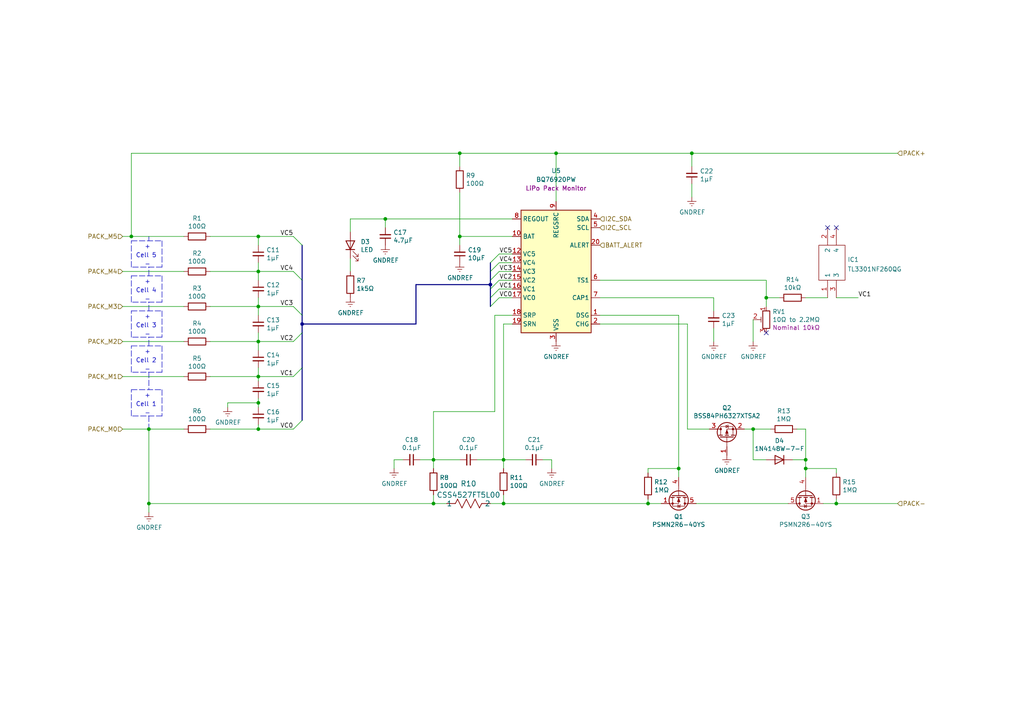
<source format=kicad_sch>
(kicad_sch (version 20211123) (generator eeschema)
  (paper "A4")
  (title_block (title "LiPo Pack Monitor") (date "2021-12-20") (rev "v2.0.1") (company "Missouri S&T Rocket Design Team '21 (Jacob King, Thomas Francois)") (comment 1 "Simplified Schematic Given From BQ768920 Datasheet"))
  (lib_symbols
    (symbol "Battery_Management:BQ76920PW"
      (property "Reference" "U" (at -10.16 19.05 0))
      (property "Value" "BQ76920PW" (at 12.7 19.05 0))
      (symbol "BQ76920PW_0_1"
        (rectangle (start -10.16 17.78) (end 10.16 -17.78) (stroke (width 0.254)) (fill (type background)))
      )
      (symbol "BQ76920PW_1_0"
        (pin input line (at 12.7 10.16 180) (length 2.54) (name "BAT") (number "10"))
        (pin no_connect line (at -2.54 -17.78 90) (length 2.54) hide (name "NC") (number "11"))
        (pin input line (at 12.7 5.08 180) (length 2.54) (name "VC5") (number "12"))
        (pin input line (at 12.7 2.54 180) (length 2.54) (name "VC4") (number "13"))
        (pin input line (at 12.7 0 180) (length 2.54) (name "VC3") (number "14"))
        (pin input line (at 12.7 -2.54 180) (length 2.54) (name "VC2") (number "15"))
        (pin input line (at 12.7 -5.08 180) (length 2.54) (name "VC1") (number "16"))
        (pin input line (at 12.7 -7.62 180) (length 2.54) (name "VC0") (number "17"))
        (pin input line (at 12.7 -12.7 180) (length 2.54) (name "SRP") (number "18"))
        (pin input line (at 12.7 -15.24 180) (length 2.54) (name "SRN") (number "19"))
        (pin bidirectional line (at -12.7 7.62 0) (length 2.54) (name "ALERT") (number "20"))
        (pin passive line (at -12.7 -2.54 0) (length 2.54) (name "TS1") (number "6"))
        (pin passive line (at -12.7 -7.62 0) (length 2.54) (name "CAP1") (number "7"))
        (pin power_out line (at 12.7 15.24 180) (length 2.54) (name "REGOUT") (number "8"))
        (pin power_in line (at 0 20.32 270) (length 2.54) (name "REGSRC") (number "9"))
      )
      (symbol "BQ76920PW_1_1"
        (pin output line (at -12.7 -12.7 0) (length 2.54) (name "DSG") (number "1"))
        (pin output line (at -12.7 -15.24 0) (length 2.54) (name "CHG") (number "2"))
        (pin power_in line (at 0 -20.32 90) (length 2.54) (name "VSS") (number "3"))
        (pin bidirectional line (at -12.7 15.24 0) (length 2.54) (name "SDA") (number "4"))
        (pin input line (at -12.7 12.7 0) (length 2.54) (name "SCL") (number "5"))
      )
    )
    (symbol "Device:C_Small" (pin_numbers hide) (pin_names (offset 0.254) hide)
      (property "Reference" "C" (at 0.254 1.778 0))
      (property "Value" "C_Small" (at 0.254 -2.032 0))
      (symbol "C_Small_0_1"
        (polyline (pts (xy -1.524 -0.508) (xy 1.524 -0.508)) (stroke (width 0.3302)))
        (polyline (pts (xy -1.524 0.508) (xy 1.524 0.508)) (stroke (width 0.3048)))
      )
      (symbol "C_Small_1_1"
        (pin passive line (at 0 2.54 270) (length 2.032) (name "~") (number "1"))
        (pin passive line (at 0 -2.54 90) (length 2.032) (name "~") (number "2"))
      )
    )
    (symbol "Device:D" (pin_numbers hide) (pin_names (offset 1.016) hide)
      (property "Reference" "D" (at 0 2.54 0))
      (property "Value" "D" (at 0 -2.54 0))
      (symbol "D_0_1"
        (polyline (pts (xy -1.27 1.27) (xy -1.27 -1.27)) (stroke (width 0.254)))
        (polyline (pts (xy 1.27 0) (xy -1.27 0)))
        (polyline (pts (xy 1.27 1.27) (xy 1.27 -1.27) (xy -1.27 0) (xy 1.27 1.27)) (stroke (width 0.254)))
      )
      (symbol "D_1_1"
        (pin passive line (at -3.81 0 0) (length 2.54) (name "K") (number "1"))
        (pin passive line (at 3.81 0 180) (length 2.54) (name "A") (number "2"))
      )
    )
    (symbol "Device:LED" (pin_numbers hide) (pin_names (offset 1.016) hide)
      (property "Reference" "D" (at 0 2.54 0))
      (property "Value" "LED" (at 0 -2.54 0))
      (symbol "LED_0_1"
        (polyline (pts (xy -1.27 -1.27) (xy -1.27 1.27)) (stroke (width 0.254)))
        (polyline (pts (xy -1.27 0) (xy 1.27 0)))
        (polyline (pts (xy 1.27 -1.27) (xy 1.27 1.27) (xy -1.27 0) (xy 1.27 -1.27)) (stroke (width 0.254)))
        (polyline (pts (xy -3.048 -0.762) (xy -4.572 -2.286) (xy -3.81 -2.286) (xy -4.572 -2.286) (xy -4.572 -1.524)))
        (polyline (pts (xy -1.778 -0.762) (xy -3.302 -2.286) (xy -2.54 -2.286) (xy -3.302 -2.286) (xy -3.302 -1.524)))
      )
      (symbol "LED_1_1"
        (pin passive line (at -3.81 0 0) (length 2.54) (name "K") (number "1"))
        (pin passive line (at 3.81 0 180) (length 2.54) (name "A") (number "2"))
      )
    )
    (symbol "Device:Q_PMOS_GSD" (pin_names (offset 0) hide)
      (property "Reference" "Q" (at 5.08 1.27 0))
      (property "Value" "Q_PMOS_GSD" (at 5.08 -1.27 0))
      (symbol "Q_PMOS_GSD_0_1"
        (polyline (pts (xy 0.254 0) (xy -2.54 0)))
        (polyline (pts (xy 0.254 1.905) (xy 0.254 -1.905)) (stroke (width 0.254)))
        (polyline (pts (xy 0.762 -1.27) (xy 0.762 -2.286)) (stroke (width 0.254)))
        (polyline (pts (xy 0.762 0.508) (xy 0.762 -0.508)) (stroke (width 0.254)))
        (polyline (pts (xy 0.762 2.286) (xy 0.762 1.27)) (stroke (width 0.254)))
        (polyline (pts (xy 2.54 2.54) (xy 2.54 1.778)))
        (polyline (pts (xy 2.54 -2.54) (xy 2.54 0) (xy 0.762 0)))
        (polyline (pts (xy 0.762 1.778) (xy 3.302 1.778) (xy 3.302 -1.778) (xy 0.762 -1.778)))
        (polyline (pts (xy 2.286 0) (xy 1.27 0.381) (xy 1.27 -0.381) (xy 2.286 0)) (fill (type outline)))
        (polyline (pts (xy 2.794 -0.508) (xy 2.921 -0.381) (xy 3.683 -0.381) (xy 3.81 -0.254)))
        (polyline (pts (xy 3.302 -0.381) (xy 2.921 0.254) (xy 3.683 0.254) (xy 3.302 -0.381)))
        (circle (center 1.651 0) (radius 2.794) (stroke (width 0.254)))
        (circle (center 2.54 -1.778) (radius 0.254) (fill (type outline)))
        (circle (center 2.54 1.778) (radius 0.254) (fill (type outline)))
      )
      (symbol "Q_PMOS_GSD_1_1"
        (pin input line (at -5.08 0 0) (length 2.54) (name "G") (number "1"))
        (pin passive line (at 2.54 -5.08 90) (length 2.54) (name "S") (number "2"))
        (pin passive line (at 2.54 5.08 270) (length 2.54) (name "D") (number "3"))
      )
    )
    (symbol "Device:R" (pin_numbers hide) (pin_names (offset 0))
      (property "Reference" "R" (at 2.032 0 90))
      (property "Value" "R" (at 0 0 90))
      (symbol "R_0_1"
        (rectangle (start -1.016 -2.54) (end 1.016 2.54) (stroke (width 0.254)))
      )
      (symbol "R_1_1"
        (pin passive line (at 0 3.81 270) (length 1.27) (name "~") (number "1"))
        (pin passive line (at 0 -3.81 90) (length 1.27) (name "~") (number "2"))
      )
    )
    (symbol "Device:R_POT_TRIM" (pin_names (offset 1.016) hide)
      (property "Reference" "RV" (at -4.445 0 90))
      (property "Value" "Device_R_POT_TRIM" (at -2.54 0 90))
      (symbol "R_POT_TRIM_0_1"
        (polyline (pts (xy 1.524 0.762) (xy 1.524 -0.762)))
        (polyline (pts (xy 2.54 0) (xy 1.524 0)))
        (rectangle (start 1.016 2.54) (end -1.016 -2.54) (stroke (width 0.254)))
      )
      (symbol "R_POT_TRIM_1_1"
        (pin passive line (at 0 3.81 270) (length 1.27) (name "1") (number "1"))
        (pin passive line (at 3.81 0 180) (length 1.27) (name "2") (number "2"))
        (pin passive line (at 0 -3.81 90) (length 1.27) (name "3") (number "3"))
      )
    )
    (symbol "RDT_Custom_Symbols:CSS4527FT5L00" (pin_numbers hide) (pin_names (offset -2.54))
      (property "Reference" "R" (at 5.715 3.81 0))
      (property "Value" "CSS4527FT5L00" (at 6.35 -6.985 0))
      (symbol "CSS4527FT5L00_1_1"
        (polyline (pts (xy 2.54 0) (xy 3.175 1.27)) (stroke (width 0.2032)))
        (polyline (pts (xy 3.175 1.27) (xy 4.445 -1.27)) (stroke (width 0.2032)))
        (polyline (pts (xy 4.445 -1.27) (xy 5.715 1.27)) (stroke (width 0.2032)))
        (polyline (pts (xy 5.715 1.27) (xy 6.985 -1.27)) (stroke (width 0.2032)))
        (polyline (pts (xy 6.985 -1.27) (xy 8.255 1.27)) (stroke (width 0.2032)))
        (polyline (pts (xy 8.255 1.27) (xy 9.525 -1.27)) (stroke (width 0.2032)))
        (polyline (pts (xy 9.525 -1.27) (xy 10.16 0)) (stroke (width 0.2032)))
        (pin unspecified line (at 0 0 0) (length 2.54) (name "1") (number "1"))
        (pin unspecified line (at 12.7 0 180) (length 2.54) (name "2") (number "2"))
      )
    )
    (symbol "RDT_Custom_Symbols:TL3301NF260QG" (pin_names (offset 0.762))
      (property "Reference" "IC" (at 16.51 7.62 0))
      (property "Value" "TL3301NF260QG" (at 16.51 5.08 0))
      (symbol "TL3301NF260QG_0_0"
        (pin passive line (at 0 0 0) (length 5.08) (name "1") (number "1"))
        (pin passive line (at 20.32 0 180) (length 5.08) (name "2") (number "2"))
        (pin passive line (at 0 -2.54 0) (length 5.08) (name "3") (number "3"))
        (pin passive line (at 20.32 -2.54 180) (length 5.08) (name "4") (number "4"))
      )
      (symbol "TL3301NF260QG_0_1"
        (polyline (pts (xy 5.08 2.54) (xy 15.24 2.54) (xy 15.24 -5.08) (xy 5.08 -5.08) (xy 5.08 2.54)) (stroke (width 0.1524)))
      )
    )
    (symbol "Transistor_FET:BUK7M9R9-60EX" (pin_names hide)
      (property "Reference" "Q" (at 5.08 1.905 0))
      (property "Value" "BUK7M9R9-60EX" (at 5.08 0 0))
      (symbol "BUK7M9R9-60EX_0_1"
        (polyline (pts (xy 0.254 0) (xy -2.54 0)))
        (polyline (pts (xy 0.254 1.905) (xy 0.254 -1.905)) (stroke (width 0.254)))
        (polyline (pts (xy 0.762 -1.27) (xy 0.762 -2.286)) (stroke (width 0.254)))
        (polyline (pts (xy 0.762 0.508) (xy 0.762 -0.508)) (stroke (width 0.254)))
        (polyline (pts (xy 0.762 2.286) (xy 0.762 1.27)) (stroke (width 0.254)))
        (polyline (pts (xy 2.54 2.54) (xy 2.54 1.778)))
        (polyline (pts (xy 2.54 -2.54) (xy 2.54 0) (xy 0.762 0)))
        (polyline (pts (xy 0.762 -1.778) (xy 3.302 -1.778) (xy 3.302 1.778) (xy 0.762 1.778)))
        (polyline (pts (xy 1.016 0) (xy 2.032 0.381) (xy 2.032 -0.381) (xy 1.016 0)) (fill (type outline)))
        (polyline (pts (xy 2.794 0.508) (xy 2.921 0.381) (xy 3.683 0.381) (xy 3.81 0.254)))
        (polyline (pts (xy 3.302 0.381) (xy 2.921 -0.254) (xy 3.683 -0.254) (xy 3.302 0.381)))
        (circle (center 1.651 0) (radius 2.794) (stroke (width 0.254)))
        (circle (center 2.54 -1.778) (radius 0.254) (fill (type outline)))
        (circle (center 2.54 1.778) (radius 0.254) (fill (type outline)))
      )
      (symbol "BUK7M9R9-60EX_1_1"
        (pin passive line (at 2.54 -5.08 90) (length 2.54) (name "S") (number "1"))
        (pin passive line (at 2.54 -5.08 90) (length 2.54) hide (name "S") (number "2"))
        (pin passive line (at 2.54 -5.08 90) (length 2.54) hide (name "S") (number "3"))
        (pin passive line (at -5.08 0 0) (length 2.54) (name "G") (number "4"))
        (pin passive line (at 2.54 5.08 270) (length 2.54) (name "D") (number "5"))
      )
    )
    (symbol "power:GNDREF" (power) (pin_names (offset 0))
      (property "Value" "GNDREF" (at 0 -3.81 0))
      (symbol "GNDREF_0_1"
        (polyline (pts (xy -0.635 -1.905) (xy 0.635 -1.905)))
        (polyline (pts (xy -0.127 -2.54) (xy 0.127 -2.54)))
        (polyline (pts (xy 0 -1.27) (xy 0 0)))
        (polyline (pts (xy 1.27 -1.27) (xy -1.27 -1.27)))
      )
      (symbol "GNDREF_1_1"
        (pin power_in line (at 0 0 270) (length 0) hide (name "GNDREF") (number "1"))
      )
    )
  )
  (junction (at 43.18 146.05))
  (junction (at 146.05 146.05))
  (junction (at 125.73 146.05))
  (junction (at 38.1 68.58))
  (junction (at 125.73 133.35))
  (junction (at 74.93 99.06))
  (junction (at 111.76 63.5))
  (junction (at 74.93 88.9))
  (junction (at 233.68 133.35))
  (junction (at 74.93 68.58))
  (junction (at 242.57 146.05))
  (junction (at 187.96 146.05))
  (junction (at 87.63 93.98))
  (junction (at 43.18 124.46))
  (junction (at 161.29 44.45))
  (junction (at 233.68 135.89))
  (junction (at 222.25 86.36))
  (junction (at 74.93 109.22))
  (junction (at 74.93 78.74))
  (junction (at 196.85 135.89))
  (junction (at 200.66 44.45))
  (junction (at 74.93 116.84))
  (junction (at 133.35 44.45))
  (junction (at 74.93 124.46))
  (junction (at 218.44 124.46))
  (junction (at 133.35 68.58))
  (junction (at 146.05 133.35))
  (junction (at 142.24 82.55))
  (no_connect (at 240.03 66.04))
  (no_connect (at 242.57 66.04))
  (no_connect (at 222.25 96.52))
  (bus_entry (at 87.63 96.52) (size -2.54 2.54))
  (bus_entry (at 142.24 78.74) (size 2.54 -2.54))
  (bus_entry (at 142.24 86.36) (size 2.54 -2.54))
  (bus_entry (at 87.63 91.44) (size -2.54 -2.54))
  (bus_entry (at 142.24 76.2) (size 2.54 -2.54))
  (bus_entry (at 142.24 81.28) (size 2.54 -2.54))
  (bus_entry (at 85.09 109.22) (size 2.54 -2.54))
  (bus_entry (at 87.63 81.28) (size -2.54 -2.54))
  (bus_entry (at 87.63 121.92) (size -2.54 2.54))
  (bus_entry (at 142.24 83.82) (size 2.54 -2.54))
  (bus_entry (at 87.63 71.12) (size -2.54 -2.54))
  (bus_entry (at 142.24 88.9) (size 2.54 -2.54))
  (bus (pts (xy 87.63 93.98) (xy 87.63 96.52)))
  (wire (pts (xy 138.43 133.35) (xy 146.05 133.35)))
  (wire (pts (xy 133.35 71.12) (xy 133.35 68.58)))
  (wire (pts (xy 74.93 78.74) (xy 85.09 78.74)))
  (wire (pts (xy 146.05 143.51) (xy 146.05 146.05)))
  (bus (pts (xy 87.63 96.52) (xy 87.63 106.68)))
  (wire (pts (xy 173.99 81.28) (xy 222.25 81.28)))
  (wire (pts (xy 144.78 83.82) (xy 148.59 83.82)))
  (wire (pts (xy 35.56 68.58) (xy 38.1 68.58)))
  (wire (pts (xy 74.93 123.19) (xy 74.93 124.46)))
  (bus (pts (xy 87.63 106.68) (xy 87.63 121.92)))
  (wire (pts (xy 218.44 124.46) (xy 223.52 124.46)))
  (wire (pts (xy 161.29 44.45) (xy 200.66 44.45)))
  (wire (pts (xy 38.1 68.58) (xy 53.34 68.58)))
  (polyline (pts (xy 38.1 77.47) (xy 38.1 69.85)))
  (wire (pts (xy 74.93 124.46) (xy 85.09 124.46)))
  (bus (pts (xy 120.65 82.55) (xy 142.24 82.55)))
  (wire (pts (xy 173.99 93.98) (xy 199.39 93.98)))
  (polyline (pts (xy 43.18 100.33) (xy 43.18 97.79)))
  (wire (pts (xy 161.29 44.45) (xy 161.29 58.42)))
  (wire (pts (xy 43.18 146.05) (xy 125.73 146.05)))
  (polyline (pts (xy 38.1 100.33) (xy 46.99 100.33)))
  (polyline (pts (xy 46.99 77.47) (xy 38.1 77.47)))
  (wire (pts (xy 74.93 88.9) (xy 85.09 88.9)))
  (wire (pts (xy 74.93 71.12) (xy 74.93 68.58)))
  (wire (pts (xy 222.25 86.36) (xy 222.25 88.9)))
  (wire (pts (xy 144.78 78.74) (xy 148.59 78.74)))
  (wire (pts (xy 199.39 93.98) (xy 199.39 124.46)))
  (wire (pts (xy 146.05 133.35) (xy 146.05 135.89)))
  (wire (pts (xy 60.96 68.58) (xy 74.93 68.58)))
  (wire (pts (xy 143.51 119.38) (xy 125.73 119.38)))
  (wire (pts (xy 74.93 116.84) (xy 74.93 115.57)))
  (wire (pts (xy 144.78 73.66) (xy 148.59 73.66)))
  (wire (pts (xy 222.25 86.36) (xy 222.25 81.28)))
  (wire (pts (xy 200.66 44.45) (xy 260.35 44.45)))
  (wire (pts (xy 35.56 99.06) (xy 53.34 99.06)))
  (bus (pts (xy 142.24 81.28) (xy 142.24 82.55)))
  (wire (pts (xy 38.1 44.45) (xy 38.1 68.58)))
  (wire (pts (xy 187.96 137.16) (xy 187.96 135.89)))
  (wire (pts (xy 142.24 146.05) (xy 146.05 146.05)))
  (polyline (pts (xy 46.99 100.33) (xy 46.99 107.95)))
  (wire (pts (xy 242.57 146.05) (xy 242.57 144.78)))
  (wire (pts (xy 148.59 81.28) (xy 144.78 81.28)))
  (wire (pts (xy 125.73 143.51) (xy 125.73 146.05)))
  (wire (pts (xy 187.96 144.78) (xy 187.96 146.05)))
  (wire (pts (xy 148.59 86.36) (xy 144.78 86.36)))
  (wire (pts (xy 146.05 146.05) (xy 187.96 146.05)))
  (wire (pts (xy 133.35 44.45) (xy 133.35 48.26)))
  (polyline (pts (xy 38.1 120.65) (xy 38.1 113.03)))
  (wire (pts (xy 207.01 90.17) (xy 207.01 86.36)))
  (bus (pts (xy 120.65 93.98) (xy 120.65 82.55)))
  (wire (pts (xy 60.96 109.22) (xy 74.93 109.22)))
  (wire (pts (xy 133.35 55.88) (xy 133.35 68.58)))
  (wire (pts (xy 60.96 99.06) (xy 74.93 99.06)))
  (wire (pts (xy 74.93 68.58) (xy 85.09 68.58)))
  (wire (pts (xy 242.57 135.89) (xy 233.68 135.89)))
  (wire (pts (xy 74.93 91.44) (xy 74.93 88.9)))
  (wire (pts (xy 74.93 78.74) (xy 74.93 81.28)))
  (bus (pts (xy 87.63 93.98) (xy 120.65 93.98)))
  (polyline (pts (xy 46.99 80.01) (xy 46.99 87.63)))
  (wire (pts (xy 74.93 99.06) (xy 85.09 99.06)))
  (wire (pts (xy 233.68 133.35) (xy 233.68 135.89)))
  (wire (pts (xy 157.48 133.35) (xy 160.02 133.35)))
  (wire (pts (xy 35.56 88.9) (xy 53.34 88.9)))
  (wire (pts (xy 196.85 135.89) (xy 196.85 138.43)))
  (wire (pts (xy 116.84 133.35) (xy 114.3 133.35)))
  (polyline (pts (xy 46.99 90.17) (xy 46.99 97.79)))
  (polyline (pts (xy 38.1 97.79) (xy 38.1 90.17)))
  (wire (pts (xy 74.93 106.68) (xy 74.93 109.22)))
  (wire (pts (xy 191.77 146.05) (xy 187.96 146.05)))
  (wire (pts (xy 218.44 124.46) (xy 218.44 133.35)))
  (wire (pts (xy 111.76 63.5) (xy 148.59 63.5)))
  (wire (pts (xy 35.56 109.22) (xy 53.34 109.22)))
  (polyline (pts (xy 38.1 107.95) (xy 38.1 100.33)))
  (polyline (pts (xy 43.18 69.85) (xy 43.18 68.58)))
  (bus (pts (xy 142.24 82.55) (xy 142.24 83.82)))
  (wire (pts (xy 125.73 135.89) (xy 125.73 133.35)))
  (polyline (pts (xy 43.18 120.65) (xy 43.18 124.46)))
  (wire (pts (xy 43.18 148.59) (xy 43.18 146.05)))
  (wire (pts (xy 125.73 146.05) (xy 129.54 146.05)))
  (wire (pts (xy 66.04 118.11) (xy 66.04 116.84)))
  (polyline (pts (xy 43.18 90.17) (xy 43.18 87.63)))
  (polyline (pts (xy 38.1 80.01) (xy 46.99 80.01)))
  (wire (pts (xy 229.87 133.35) (xy 233.68 133.35)))
  (wire (pts (xy 242.57 86.36) (xy 248.92 86.36)))
  (wire (pts (xy 187.96 135.89) (xy 196.85 135.89)))
  (wire (pts (xy 215.9 124.46) (xy 218.44 124.46)))
  (wire (pts (xy 125.73 133.35) (xy 133.35 133.35)))
  (polyline (pts (xy 46.99 120.65) (xy 38.1 120.65)))
  (wire (pts (xy 60.96 124.46) (xy 74.93 124.46)))
  (wire (pts (xy 173.99 91.44) (xy 196.85 91.44)))
  (wire (pts (xy 114.3 133.35) (xy 114.3 135.89)))
  (wire (pts (xy 74.93 101.6) (xy 74.93 99.06)))
  (wire (pts (xy 173.99 86.36) (xy 207.01 86.36)))
  (wire (pts (xy 143.51 91.44) (xy 143.51 119.38)))
  (wire (pts (xy 125.73 119.38) (xy 125.73 133.35)))
  (wire (pts (xy 35.56 78.74) (xy 53.34 78.74)))
  (wire (pts (xy 111.76 66.04) (xy 111.76 63.5)))
  (polyline (pts (xy 46.99 97.79) (xy 38.1 97.79)))
  (bus (pts (xy 142.24 76.2) (xy 142.24 78.74)))
  (bus (pts (xy 87.63 81.28) (xy 87.63 91.44)))
  (wire (pts (xy 133.35 44.45) (xy 161.29 44.45)))
  (wire (pts (xy 146.05 93.98) (xy 148.59 93.98)))
  (wire (pts (xy 74.93 76.2) (xy 74.93 78.74)))
  (polyline (pts (xy 43.18 80.01) (xy 43.18 77.47)))
  (bus (pts (xy 87.63 71.12) (xy 87.63 81.28)))
  (polyline (pts (xy 38.1 113.03) (xy 46.99 113.03)))
  (wire (pts (xy 74.93 96.52) (xy 74.93 99.06)))
  (wire (pts (xy 238.76 146.05) (xy 242.57 146.05)))
  (wire (pts (xy 146.05 133.35) (xy 152.4 133.35)))
  (wire (pts (xy 74.93 110.49) (xy 74.93 109.22)))
  (wire (pts (xy 74.93 88.9) (xy 74.93 86.36)))
  (wire (pts (xy 218.44 92.71) (xy 218.44 99.06)))
  (wire (pts (xy 233.68 86.36) (xy 240.03 86.36)))
  (wire (pts (xy 101.6 67.31) (xy 101.6 63.5)))
  (polyline (pts (xy 38.1 69.85) (xy 46.99 69.85)))
  (wire (pts (xy 201.93 146.05) (xy 228.6 146.05)))
  (wire (pts (xy 148.59 76.2) (xy 144.78 76.2)))
  (bus (pts (xy 142.24 78.74) (xy 142.24 81.28)))
  (polyline (pts (xy 46.99 69.85) (xy 46.99 77.47)))
  (wire (pts (xy 74.93 109.22) (xy 85.09 109.22)))
  (wire (pts (xy 199.39 124.46) (xy 205.74 124.46)))
  (wire (pts (xy 233.68 135.89) (xy 233.68 138.43)))
  (wire (pts (xy 66.04 116.84) (xy 74.93 116.84)))
  (bus (pts (xy 87.63 91.44) (xy 87.63 93.98)))
  (wire (pts (xy 207.01 95.25) (xy 207.01 99.06)))
  (bus (pts (xy 142.24 86.36) (xy 142.24 88.9)))
  (wire (pts (xy 222.25 133.35) (xy 218.44 133.35)))
  (polyline (pts (xy 46.99 87.63) (xy 38.1 87.63)))
  (wire (pts (xy 148.59 91.44) (xy 143.51 91.44)))
  (wire (pts (xy 196.85 91.44) (xy 196.85 135.89)))
  (polyline (pts (xy 38.1 90.17) (xy 46.99 90.17)))
  (wire (pts (xy 233.68 124.46) (xy 233.68 133.35)))
  (wire (pts (xy 38.1 44.45) (xy 133.35 44.45)))
  (wire (pts (xy 200.66 44.45) (xy 200.66 48.26)))
  (wire (pts (xy 160.02 133.35) (xy 160.02 135.89)))
  (wire (pts (xy 222.25 86.36) (xy 226.06 86.36)))
  (wire (pts (xy 125.73 133.35) (xy 121.92 133.35)))
  (wire (pts (xy 35.56 124.46) (xy 43.18 124.46)))
  (wire (pts (xy 146.05 93.98) (xy 146.05 133.35)))
  (wire (pts (xy 133.35 68.58) (xy 148.59 68.58)))
  (polyline (pts (xy 46.99 113.03) (xy 46.99 120.65)))
  (polyline (pts (xy 38.1 87.63) (xy 38.1 80.01)))
  (bus (pts (xy 142.24 83.82) (xy 142.24 86.36)))
  (polyline (pts (xy 43.18 107.95) (xy 43.18 113.03)))
  (wire (pts (xy 101.6 63.5) (xy 111.76 63.5)))
  (wire (pts (xy 43.18 124.46) (xy 53.34 124.46)))
  (wire (pts (xy 101.6 74.93) (xy 101.6 78.74)))
  (wire (pts (xy 242.57 146.05) (xy 260.35 146.05)))
  (wire (pts (xy 60.96 78.74) (xy 74.93 78.74)))
  (wire (pts (xy 60.96 88.9) (xy 74.93 88.9)))
  (wire (pts (xy 200.66 57.15) (xy 200.66 53.34)))
  (wire (pts (xy 231.14 124.46) (xy 233.68 124.46)))
  (wire (pts (xy 43.18 124.46) (xy 43.18 146.05)))
  (polyline (pts (xy 46.99 107.95) (xy 38.1 107.95)))
  (wire (pts (xy 74.93 118.11) (xy 74.93 116.84)))
  (wire (pts (xy 242.57 137.16) (xy 242.57 135.89)))
  (text "-" (at 41.91 107.95 0) (effects (font (size 1.27 1.27)) (justify left bottom)))
  (text "Cell 4" (at 39.37 85.09 0) (effects (font (size 1.27 1.27)) (justify left bottom)))
  (text "Cell 1" (at 39.37 118.11 0) (effects (font (size 1.27 1.27)) (justify left bottom)))
  (text "Cell 2" (at 39.37 105.41 0) (effects (font (size 1.27 1.27)) (justify left bottom)))
  (text "-" (at 41.91 120.65 0) (effects (font (size 1.27 1.27)) (justify left bottom)))
  (text "+" (at 41.91 92.71 0) (effects (font (size 1.27 1.27)) (justify left bottom)))
  (text "Cell 3" (at 39.37 95.25 0) (effects (font (size 1.27 1.27)) (justify left bottom)))
  (text "+" (at 41.91 82.55 0) (effects (font (size 1.27 1.27)) (justify left bottom)))
  (text "+" (at 41.91 72.39 0) (effects (font (size 1.27 1.27)) (justify left bottom)))
  (text "Cell 5" (at 39.37 74.93 0) (effects (font (size 1.27 1.27)) (justify left bottom)))
  (text "-" (at 41.91 77.47 0) (effects (font (size 1.27 1.27)) (justify left bottom)))
  (text "+" (at 41.91 115.57 0) (effects (font (size 1.27 1.27)) (justify left bottom)))
  (text "-" (at 41.91 87.63 0) (effects (font (size 1.27 1.27)) (justify left bottom)))
  (text "+" (at 41.91 102.87 0) (effects (font (size 1.27 1.27)) (justify left bottom)))
  (text "-" (at 41.91 97.79 0) (effects (font (size 1.27 1.27)) (justify left bottom)))
  (label "VC1" (at 248.92 86.36 0))
  (label "VC1" (at 148.59 83.82 180))
  (label "VC5" (at 148.59 73.66 180))
  (label "VC5" (at 81.28 68.58 0))
  (label "VC2" (at 81.28 99.06 0))
  (label "VC1" (at 81.28 109.22 0))
  (label "VC2" (at 148.59 81.28 180))
  (label "VC3" (at 148.59 78.74 180))
  (label "VC0" (at 81.28 124.46 0))
  (label "VC4" (at 148.59 76.2 180))
  (label "VC3" (at 81.28 88.9 0))
  (label "VC4" (at 81.28 78.74 0))
  (label "VC0" (at 148.59 86.36 180))
  (hierarchical_label "PACK+" (shape input) (at 260.35 44.45 0))
  (hierarchical_label "PACK_M5" (shape input) (at 35.56 68.58 180))
  (hierarchical_label "PACK_M2" (shape input) (at 35.56 99.06 180))
  (hierarchical_label "PACK_M1" (shape input) (at 35.56 109.22 180))
  (hierarchical_label "I2C_SCL" (shape input) (at 173.99 66.04 0))
  (hierarchical_label "BATT_ALERT" (shape input) (at 173.99 71.12 0))
  (hierarchical_label "PACK_M4" (shape input) (at 35.56 78.74 180))
  (hierarchical_label "PACK-" (shape input) (at 260.35 146.05 0))
  (hierarchical_label "PACK_M0" (shape input) (at 35.56 124.46 180))
  (hierarchical_label "I2C_SDA" (shape input) (at 173.99 63.5 0))
  (hierarchical_label "PACK_M3" (shape input) (at 35.56 88.9 180))
  (symbol (lib_id "Battery_Management:BQ76920PW") (at 161.29 78.74 0) (mirror y) (unit 1)
    (property "Reference" "U5" (at 161.29 49.53 0))
    (property "Value" "BQ76920PW" (at 161.29 52.07 0))
    (property "Footprint" "Package_SO:TSSOP-20_4.4x6.5mm_P0.65mm" (effects hide))
    (property "Datasheet" "http://www.ti.com/lit/ds/symlink/bq76920.pdf" (effects hide))
    (property "Description" "LiPo Pack Monitor" (at 161.29 54.61 0))
  )
  (symbol (lib_id "Device:R") (at 57.15 68.58 90) (unit 1)
    (property "Reference" "R1" (at 57.15 63.3222 90))
    (property "Value" "100Ω" (at 57.15 65.6336 90))
    (property "Footprint" "Resistor_SMD:R_1206_3216Metric_Pad1.42x1.75mm_HandSolder" (effects hide))
  )
  (symbol (lib_id "Device:R") (at 57.15 78.74 90) (unit 1)
    (property "Reference" "R2" (at 57.15 73.4822 90))
    (property "Value" "100Ω" (at 57.15 75.7936 90))
    (property "Footprint" "Resistor_SMD:R_1206_3216Metric_Pad1.42x1.75mm_HandSolder" (effects hide))
  )
  (symbol (lib_id "Device:R") (at 57.15 88.9 90) (unit 1)
    (property "Reference" "R3" (at 57.15 83.6422 90))
    (property "Value" "100Ω" (at 57.15 85.9536 90))
    (property "Footprint" "Resistor_SMD:R_1206_3216Metric_Pad1.42x1.75mm_HandSolder" (effects hide))
  )
  (symbol (lib_id "Device:R") (at 57.15 99.06 90) (unit 1)
    (property "Reference" "R4" (at 57.15 93.8022 90))
    (property "Value" "100Ω" (at 57.15 96.1136 90))
    (property "Footprint" "Resistor_SMD:R_1206_3216Metric_Pad1.42x1.75mm_HandSolder" (effects hide))
  )
  (symbol (lib_id "Device:R") (at 57.15 109.22 90) (unit 1)
    (property "Reference" "R5" (at 57.15 103.9622 90))
    (property "Value" "100Ω" (at 57.15 106.2736 90))
    (property "Footprint" "Resistor_SMD:R_1206_3216Metric_Pad1.42x1.75mm_HandSolder" (effects hide))
  )
  (symbol (lib_id "Device:R") (at 57.15 124.46 90) (unit 1)
    (property "Reference" "R6" (at 57.15 119.2022 90))
    (property "Value" "100Ω" (at 57.15 121.5136 90))
    (property "Footprint" "Resistor_SMD:R_1206_3216Metric_Pad1.42x1.75mm_HandSolder" (effects hide))
  )
  (symbol (lib_id "Device:C_Small") (at 74.93 73.66 0) (unit 1)
    (property "Reference" "C11" (at 77.2668 72.4916 0) (effects (justify left)))
    (property "Value" "1μF" (at 77.2668 74.803 0) (effects (justify left)))
    (property "Footprint" "Capacitor_SMD:C_1206_3216Metric_Pad1.42x1.75mm_HandSolder" (effects hide))
  )
  (symbol (lib_id "Device:C_Small") (at 74.93 83.82 0) (unit 1)
    (property "Reference" "C12" (at 77.2668 82.6516 0) (effects (justify left)))
    (property "Value" "1μF" (at 77.2668 84.963 0) (effects (justify left)))
    (property "Footprint" "Capacitor_SMD:C_1206_3216Metric_Pad1.42x1.75mm_HandSolder" (effects hide))
  )
  (symbol (lib_id "Device:C_Small") (at 74.93 93.98 0) (unit 1)
    (property "Reference" "C13" (at 77.2668 92.8116 0) (effects (justify left)))
    (property "Value" "1μF" (at 77.2668 95.123 0) (effects (justify left)))
    (property "Footprint" "Capacitor_SMD:C_1206_3216Metric_Pad1.42x1.75mm_HandSolder" (effects hide))
  )
  (symbol (lib_id "Device:C_Small") (at 74.93 104.14 0) (unit 1)
    (property "Reference" "C14" (at 77.2668 102.9716 0) (effects (justify left)))
    (property "Value" "1μF" (at 77.2668 105.283 0) (effects (justify left)))
    (property "Footprint" "Capacitor_SMD:C_1206_3216Metric_Pad1.42x1.75mm_HandSolder" (effects hide))
  )
  (symbol (lib_id "Device:C_Small") (at 74.93 113.03 0) (unit 1)
    (property "Reference" "C15" (at 77.2668 111.8616 0) (effects (justify left)))
    (property "Value" "1μF" (at 77.2668 114.173 0) (effects (justify left)))
    (property "Footprint" "Capacitor_SMD:C_1206_3216Metric_Pad1.42x1.75mm_HandSolder" (effects hide))
  )
  (symbol (lib_id "Device:C_Small") (at 74.93 120.65 0) (unit 1)
    (property "Reference" "C16" (at 77.2668 119.4816 0) (effects (justify left)))
    (property "Value" "1μF" (at 77.2668 121.793 0) (effects (justify left)))
    (property "Footprint" "Capacitor_SMD:C_1206_3216Metric_Pad1.42x1.75mm_HandSolder" (effects hide))
  )
  (symbol (lib_id "Device:C_Small") (at 119.38 133.35 270) (unit 1)
    (property "Reference" "C18" (at 119.38 127.5334 90))
    (property "Value" "0.1μF" (at 119.38 129.8448 90))
    (property "Footprint" "Resistor_SMD:R_0603_1608Metric_Pad1.05x0.95mm_HandSolder" (effects hide))
  )
  (symbol (lib_id "Device:C_Small") (at 135.89 133.35 270) (unit 1)
    (property "Reference" "C20" (at 135.89 127.5334 90))
    (property "Value" "0.1μF" (at 135.89 129.8448 90))
    (property "Footprint" "Resistor_SMD:R_0603_1608Metric_Pad1.05x0.95mm_HandSolder" (effects hide))
  )
  (symbol (lib_id "Device:C_Small") (at 154.94 133.35 270) (unit 1)
    (property "Reference" "C21" (at 154.94 127.5334 90))
    (property "Value" "0.1μF" (at 154.94 129.8448 90))
    (property "Footprint" "Resistor_SMD:R_0603_1608Metric_Pad1.05x0.95mm_HandSolder" (effects hide))
  )
  (symbol (lib_id "Device:R") (at 125.73 139.7 0) (mirror y) (unit 1)
    (property "Reference" "R8" (at 127.508 138.5316 0) (effects (justify right)))
    (property "Value" "100Ω" (at 127.508 140.843 0) (effects (justify right)))
    (property "Footprint" "Resistor_SMD:R_0603_1608Metric_Pad1.05x0.95mm_HandSolder" (effects hide))
  )
  (symbol (lib_id "Device:R") (at 146.05 139.7 0) (unit 1)
    (property "Reference" "R11" (at 147.828 138.5316 0) (effects (justify left)))
    (property "Value" "100Ω" (at 147.828 140.843 0) (effects (justify left)))
    (property "Footprint" "Resistor_SMD:R_0603_1608Metric_Pad1.05x0.95mm_HandSolder" (effects hide))
  )
  (symbol (lib_id "Device:R") (at 229.87 86.36 90) (unit 1)
    (property "Reference" "R14" (at 229.87 81.1022 90))
    (property "Value" "10kΩ" (at 229.87 83.4136 90))
    (property "Footprint" "Resistor_SMD:R_0603_1608Metric_Pad1.05x0.95mm_HandSolder" (effects hide))
  )
  (symbol (lib_id "Device:R") (at 187.96 140.97 0) (unit 1)
    (property "Reference" "R12" (at 189.738 139.8016 0) (effects (justify left)))
    (property "Value" "1MΩ" (at 189.738 142.113 0) (effects (justify left)))
    (property "Footprint" "Resistor_SMD:R_0603_1608Metric_Pad1.05x0.95mm_HandSolder" (effects hide))
  )
  (symbol (lib_id "Device:R") (at 242.57 140.97 0) (unit 1)
    (property "Reference" "R15" (at 244.348 139.8016 0) (effects (justify left)))
    (property "Value" "1MΩ" (at 244.348 142.113 0) (effects (justify left)))
    (property "Footprint" "Resistor_SMD:R_0603_1608Metric_Pad1.05x0.95mm_HandSolder" (effects hide))
  )
  (symbol (lib_id "Device:R") (at 227.33 124.46 270) (unit 1)
    (property "Reference" "R13" (at 227.33 119.2022 90))
    (property "Value" "1MΩ" (at 227.33 121.5136 90))
    (property "Footprint" "Resistor_SMD:R_0603_1608Metric_Pad1.05x0.95mm_HandSolder" (effects hide))
  )
  (symbol (lib_id "Device:C_Small") (at 200.66 50.8 180) (unit 1)
    (property "Reference" "C22" (at 202.9968 49.6316 0) (effects (justify right)))
    (property "Value" "1μF" (at 202.9968 51.943 0) (effects (justify right)))
    (property "Footprint" "Capacitor_SMD:C_1206_3216Metric_Pad1.42x1.75mm_HandSolder" (effects hide))
  )
  (symbol (lib_id "Device:C_Small") (at 207.01 92.71 180) (unit 1)
    (property "Reference" "C23" (at 209.3468 91.5416 0) (effects (justify right)))
    (property "Value" "1μF" (at 209.3468 93.853 0) (effects (justify right)))
    (property "Footprint" "Capacitor_SMD:C_0603_1608Metric_Pad1.08x0.95mm_HandSolder" (effects hide))
  )
  (symbol (lib_id "Device:C_Small") (at 133.35 73.66 180) (unit 1)
    (property "Reference" "C19" (at 135.6868 72.4916 0) (effects (justify right)))
    (property "Value" "10μF" (at 135.6868 74.803 0) (effects (justify right)))
    (property "Footprint" "Capacitor_SMD:C_1206_3216Metric_Pad1.42x1.75mm_HandSolder" (effects hide))
  )
  (symbol (lib_id "Device:C_Small") (at 111.76 68.58 180) (unit 1)
    (property "Reference" "C17" (at 114.0968 67.4116 0) (effects (justify right)))
    (property "Value" "4.7μF" (at 114.0968 69.723 0) (effects (justify right)))
    (property "Footprint" "Capacitor_SMD:C_0603_1608Metric_Pad1.08x0.95mm_HandSolder" (effects hide))
  )
  (symbol (lib_id "Device:R") (at 133.35 52.07 0) (mirror y) (unit 1)
    (property "Reference" "R9" (at 135.128 50.9016 0) (effects (justify right)))
    (property "Value" "100Ω" (at 135.128 53.213 0) (effects (justify right)))
    (property "Footprint" "Resistor_SMD:R_1206_3216Metric_Pad1.42x1.75mm_HandSolder" (effects hide))
  )
  (symbol (lib_id "Device:LED") (at 101.6 71.12 90) (unit 1)
    (property "Reference" "D3" (at 104.5972 70.1294 90) (effects (justify right)))
    (property "Value" "LED" (at 104.5972 72.4408 90) (effects (justify right)))
    (property "Footprint" "LED_SMD:LED_0603_1608Metric" (effects hide))
  )
  (symbol (lib_id "Device:R") (at 101.6 82.55 0) (unit 1)
    (property "Reference" "R7" (at 103.378 81.3816 0) (effects (justify left)))
    (property "Value" "1k5Ω" (at 103.378 83.693 0) (effects (justify left)))
    (property "Footprint" "Resistor_SMD:R_0603_1608Metric_Pad1.05x0.95mm_HandSolder" (effects hide))
  )
  (symbol (lib_id "power:GNDREF") (at 43.18 148.59 0) (unit 1)
    (property "Reference" "#PWR017" (effects hide))
    (property "Value" "GNDREF" (at 43.307 152.9842 0))
  )
  (symbol (lib_id "power:GNDREF") (at 114.3 135.89 0) (unit 1)
    (property "Reference" "#PWR021" (effects hide))
    (property "Value" "GNDREF" (at 114.427 140.2842 0))
  )
  (symbol (lib_id "power:GNDREF") (at 218.44 99.06 0) (unit 1)
    (property "Reference" "#PWR028" (effects hide))
    (property "Value" "GNDREF" (at 218.567 103.4542 0))
  )
  (symbol (lib_id "power:GNDREF") (at 160.02 135.89 0) (unit 1)
    (property "Reference" "#PWR023" (effects hide))
    (property "Value" "GNDREF" (at 160.147 140.2842 0))
  )
  (symbol (lib_id "power:GNDREF") (at 161.29 99.06 0) (unit 1)
    (property "Reference" "#PWR024" (effects hide))
    (property "Value" "GNDREF" (at 161.417 103.4542 0))
  )
  (symbol (lib_id "power:GNDREF") (at 101.6 86.36 0) (unit 1)
    (property "Reference" "#PWR019" (effects hide))
    (property "Value" "GNDREF" (at 101.727 90.7542 0))
  )
  (symbol (lib_id "power:GNDREF") (at 111.76 71.12 0) (unit 1)
    (property "Reference" "#PWR020" (effects hide))
    (property "Value" "GNDREF" (at 111.887 75.5142 0))
  )
  (symbol (lib_id "power:GNDREF") (at 200.66 57.15 0) (unit 1)
    (property "Reference" "#PWR025" (effects hide))
    (property "Value" "GNDREF" (at 200.787 61.5442 0))
  )
  (symbol (lib_id "power:GNDREF") (at 133.35 76.2 0) (unit 1)
    (property "Reference" "#PWR022" (effects hide))
    (property "Value" "GNDREF" (at 133.477 80.5942 0))
  )
  (symbol (lib_id "power:GNDREF") (at 207.01 99.06 0) (unit 1)
    (property "Reference" "#PWR026" (effects hide))
    (property "Value" "GNDREF" (at 207.137 103.4542 0))
  )
  (symbol (lib_id "power:GNDREF") (at 210.82 132.08 0) (unit 1)
    (property "Reference" "#PWR027" (effects hide))
    (property "Value" "GNDREF" (at 210.947 136.4742 0))
  )
  (symbol (lib_id "power:GNDREF") (at 66.04 118.11 0) (unit 1)
    (property "Reference" "#PWR018" (effects hide))
    (property "Value" "GNDREF" (at 66.167 122.5042 0))
  )
  (symbol (lib_id "Device:D") (at 226.06 133.35 180) (unit 1)
    (property "Reference" "D4" (at 226.06 127.8382 0))
    (property "Value" "1N4148W-7-F" (at 226.06 130.1496 0))
    (property "Footprint" "Diode_SMD:D_SOD-123" (effects hide))
    (property "Datasheet" "https://componentsearchengine.com/Datasheets/2/1N4148W-7-F.pdf" (effects hide))
  )
  (symbol (lib_id "Device:Q_PMOS_GSD") (at 210.82 127 90) (unit 1)
    (property "Reference" "Q2" (at 210.82 118.3132 90))
    (property "Value" "BSS84PH6327XTSA2" (at 210.82 120.6246 90))
    (property "Footprint" "Package_TO_SOT_SMD:SOT-23" (effects hide))
    (property "Datasheet" "https://componentsearchengine.com/Datasheets/2/BSS84PH6327XTSA2.pdf" (effects hide))
  )
  (symbol (lib_id "Transistor_FET:BUK7M9R9-60EX") (at 233.68 143.51 90) (mirror x) (unit 1)
    (property "Reference" "Q3" (at 233.68 149.8346 90))
    (property "Value" "PSMN2R6-40YS" (at 233.68 152.146 90))
    (property "Footprint" "Package_TO_SOT_SMD:LFPAK33" (effects hide))
    (property "Datasheet" "https://assets.nexperia.com/documents/data-sheet/PSMN2R6-40YS.pdf" (effects hide))
  )
  (symbol (lib_id "Transistor_FET:BUK7M9R9-60EX") (at 196.85 143.51 270) (unit 1)
    (property "Reference" "Q1" (at 196.85 149.8346 90))
    (property "Value" "PSMN2R6-40YS" (at 196.85 152.146 90))
    (property "Footprint" "Package_TO_SOT_SMD:LFPAK33" (effects hide))
    (property "Datasheet" "https://assets.nexperia.com/documents/data-sheet/PSMN2R6-40YS.pdf" (effects hide))
  )
  (symbol (lib_id "Device:R_POT_TRIM") (at 222.25 92.71 0) (mirror y) (unit 1)
    (property "Reference" "RV1" (at 224.028 90.3986 0) (effects (justify right)))
    (property "Value" "10Ω to 2.2MΩ" (at 224.028 92.71 0) (effects (justify right)))
    (property "Footprint" "RDT_Custom_Footprints:T93YA5K10" (effects hide))
    (property "Other" "Nominal 10kΩ" (at 224.028 95.0214 0) (effects (justify right)))
  )
  (symbol (lib_id "RDT_Custom_Symbols:TL3301NF260QG") (at 240.03 86.36 90) (unit 1)
    (property "Reference" "IC1" (at 245.8212 75.2915 90) (effects (justify right)))
    (property "Value" "TL3301NF260QG" (at 245.8212 78.0666 90) (effects (justify right)))
    (property "Footprint" "TL3301NF260QG" (effects hide))
    (property "Datasheet" "http://spec_sheets.e-switch.com/specs/P010517.pdf" (effects hide))
    (property "Description" "E-SWITCH - TL3301NF260QG - SWITCH, TACTILE SPST 50mA, SMD GULL WING, FULL REEL" (effects hide))
    (property "Height" "4.4" (effects hide))
    (property "Mouser Part Number" "612-TL3301NF" (effects hide))
    (property "Mouser Price/Stock" "https://www.mouser.co.uk/ProductDetail/E-Switch/TL3301NF260QG?qs=iWbXB9lueyAVYrbJdG0HMw%3D%3D" (effects hide))
    (property "Manufacturer_Name" "E-Switch" (effects hide))
    (property "Manufacturer_Part_Number" "TL3301NF260QG" (effects hide))
  )
  (symbol (lib_id "RDT_Custom_Symbols:CSS4527FT5L00") (at 129.54 146.05 0) (unit 1)
    (property "Reference" "R10" (at 135.89 140.2745 0) (effects (font (size 1.524 1.524))))
    (property "Value" "CSS4527FT5L00" (at 135.89 143.5535 0) (effects (font (size 1.524 1.524))))
    (property "Footprint" "RDT_Custom_Footprints:CSS4527FT5L00" (effects hide))
  )
)
</source>
